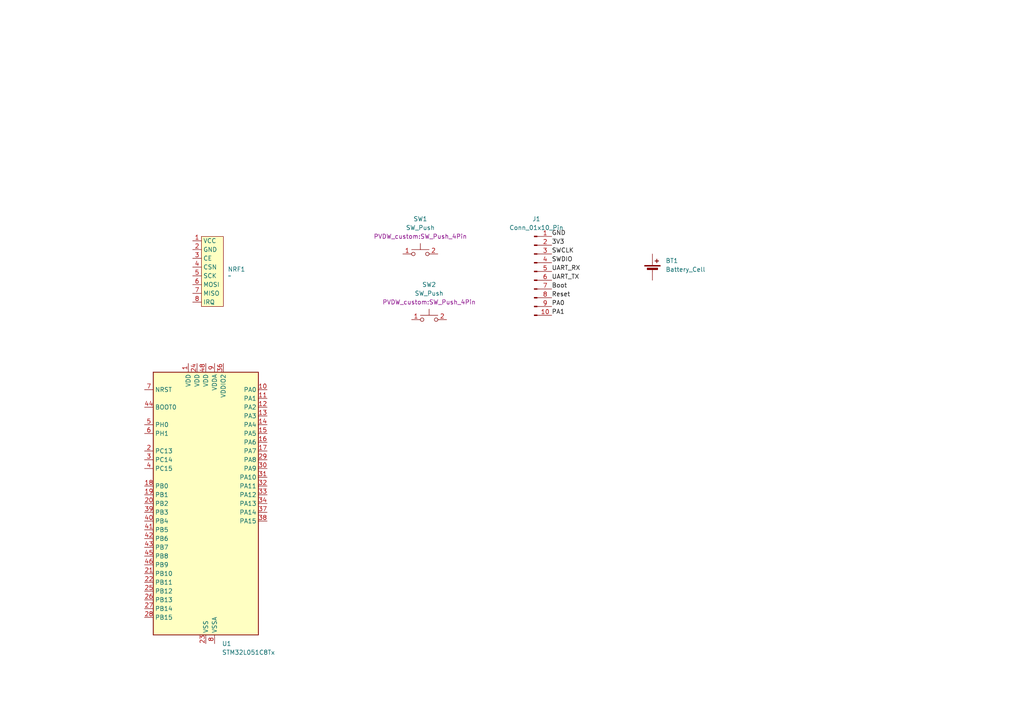
<source format=kicad_sch>
(kicad_sch (version 20250114) (generator "eeschema") (generator_version "9.0")
  (paper "A4")
  (title_block (title "Remote control") (rev "1.0"))
  (lib_symbols
    (symbol "Connector:Conn_01x10_Pin" (pin_names (offset 1.016) (hide yes))
      (property "Reference" "J" (at 0 12.7 0))
      (property "Value" "Conn_01x10_Pin" (at 0 -15.24 0))
      (symbol "Conn_01x10_Pin_1_1"
        (rectangle (start 0.8636 10.287) (end 0 10.033) (stroke (width 0.1524)) (fill (type outline)))
        (rectangle (start 0.8636 7.747) (end 0 7.493) (stroke (width 0.1524)) (fill (type outline)))
        (rectangle (start 0.8636 5.207) (end 0 4.953) (stroke (width 0.1524)) (fill (type outline)))
        (rectangle (start 0.8636 2.667) (end 0 2.413) (stroke (width 0.1524)) (fill (type outline)))
        (rectangle (start 0.8636 0.127) (end 0 -0.127) (stroke (width 0.1524)) (fill (type outline)))
        (rectangle (start 0.8636 -2.413) (end 0 -2.667) (stroke (width 0.1524)) (fill (type outline)))
        (rectangle (start 0.8636 -4.953) (end 0 -5.207) (stroke (width 0.1524)) (fill (type outline)))
        (rectangle (start 0.8636 -7.493) (end 0 -7.747) (stroke (width 0.1524)) (fill (type outline)))
        (rectangle (start 0.8636 -10.033) (end 0 -10.287) (stroke (width 0.1524)) (fill (type outline)))
        (rectangle (start 0.8636 -12.573) (end 0 -12.827) (stroke (width 0.1524)) (fill (type outline)))
        (polyline (pts (xy 1.27 10.16) (xy 0.8636 10.16)) (stroke (width 0.1524)))
        (polyline (pts (xy 1.27 7.62) (xy 0.8636 7.62)) (stroke (width 0.1524)))
        (polyline (pts (xy 1.27 5.08) (xy 0.8636 5.08)) (stroke (width 0.1524)))
        (polyline (pts (xy 1.27 2.54) (xy 0.8636 2.54)) (stroke (width 0.1524)))
        (polyline (pts (xy 1.27 0) (xy 0.8636 0)) (stroke (width 0.1524)))
        (polyline (pts (xy 1.27 -2.54) (xy 0.8636 -2.54)) (stroke (width 0.1524)))
        (polyline (pts (xy 1.27 -5.08) (xy 0.8636 -5.08)) (stroke (width 0.1524)))
        (polyline (pts (xy 1.27 -7.62) (xy 0.8636 -7.62)) (stroke (width 0.1524)))
        (polyline (pts (xy 1.27 -10.16) (xy 0.8636 -10.16)) (stroke (width 0.1524)))
        (polyline (pts (xy 1.27 -12.7) (xy 0.8636 -12.7)) (stroke (width 0.1524)))
        (pin passive line (at 5.08 10.16 180) (length 3.81) (name "Pin_1") (number "1"))
        (pin passive line (at 5.08 7.62 180) (length 3.81) (name "Pin_2") (number "2"))
        (pin passive line (at 5.08 5.08 180) (length 3.81) (name "Pin_3") (number "3"))
        (pin passive line (at 5.08 2.54 180) (length 3.81) (name "Pin_4") (number "4"))
        (pin passive line (at 5.08 0 180) (length 3.81) (name "Pin_5") (number "5"))
        (pin passive line (at 5.08 -2.54 180) (length 3.81) (name "Pin_6") (number "6"))
        (pin passive line (at 5.08 -5.08 180) (length 3.81) (name "Pin_7") (number "7"))
        (pin passive line (at 5.08 -7.62 180) (length 3.81) (name "Pin_8") (number "8"))
        (pin passive line (at 5.08 -10.16 180) (length 3.81) (name "Pin_9") (number "9"))
        (pin passive line (at 5.08 -12.7 180) (length 3.81) (name "Pin_10") (number "10"))
      )
    )
    (symbol "Device:Battery_Cell" (pin_numbers (hide yes)) (pin_names (offset 0) (hide yes))
      (property "Reference" "BT" (at 2.54 2.54 0))
      (property "Value" "Battery_Cell" (at 2.54 0 0))
      (symbol "Battery_Cell_0_1"
        (rectangle (start -2.286 1.778) (end 2.286 1.524) (fill (type outline)))
        (rectangle (start -1.524 1.016) (end 1.524 0.508) (fill (type outline)))
        (polyline (pts (xy 0 1.778) (xy 0 2.54)))
        (polyline (pts (xy 0 0.762) (xy 0 0)))
        (polyline (pts (xy 0.762 3.048) (xy 1.778 3.048)) (stroke (width 0.254)))
        (polyline (pts (xy 1.27 3.556) (xy 1.27 2.54)) (stroke (width 0.254)))
      )
      (symbol "Battery_Cell_1_1"
        (pin passive line (at 0 5.08 270) (length 2.54) (name "+") (number "1"))
        (pin passive line (at 0 -2.54 90) (length 2.54) (name "-") (number "2"))
      )
    )
    (symbol "MCU_ST_STM32L0:STM32L051C8Tx"
      (property "Reference" "U" (at -15.24 39.37 0))
      (property "Value" "STM32L051C8Tx" (at 7.62 39.37 0))
      (symbol "STM32L051C8Tx_0_1"
        (rectangle (start -15.24 -38.1) (end 15.24 38.1) (stroke (width 0.254)) (fill (type background)))
      )
      (symbol "STM32L051C8Tx_1_1"
        (pin input line (at -17.78 33.02 0) (length 2.54) (name "NRST") (number "7"))
        (pin input line (at -17.78 27.94 0) (length 2.54) (name "BOOT0") (number "44"))
        (pin bidirectional line (at -17.78 22.86 0) (length 2.54) (name "PH0") (number "5"))
        (pin bidirectional line (at -17.78 20.32 0) (length 2.54) (name "PH1") (number "6"))
        (pin bidirectional line (at -17.78 15.24 0) (length 2.54) (name "PC13") (number "2"))
        (pin bidirectional line (at -17.78 12.7 0) (length 2.54) (name "PC14") (number "3"))
        (pin bidirectional line (at -17.78 10.16 0) (length 2.54) (name "PC15") (number "4"))
        (pin bidirectional line (at -17.78 5.08 0) (length 2.54) (name "PB0") (number "18"))
        (pin bidirectional line (at -17.78 2.54 0) (length 2.54) (name "PB1") (number "19"))
        (pin bidirectional line (at -17.78 0 0) (length 2.54) (name "PB2") (number "20"))
        (pin bidirectional line (at -17.78 -2.54 0) (length 2.54) (name "PB3") (number "39"))
        (pin bidirectional line (at -17.78 -5.08 0) (length 2.54) (name "PB4") (number "40"))
        (pin bidirectional line (at -17.78 -7.62 0) (length 2.54) (name "PB5") (number "41"))
        (pin bidirectional line (at -17.78 -10.16 0) (length 2.54) (name "PB6") (number "42"))
        (pin bidirectional line (at -17.78 -12.7 0) (length 2.54) (name "PB7") (number "43"))
        (pin bidirectional line (at -17.78 -15.24 0) (length 2.54) (name "PB8") (number "45"))
        (pin bidirectional line (at -17.78 -17.78 0) (length 2.54) (name "PB9") (number "46"))
        (pin bidirectional line (at -17.78 -20.32 0) (length 2.54) (name "PB10") (number "21"))
        (pin bidirectional line (at -17.78 -22.86 0) (length 2.54) (name "PB11") (number "22"))
        (pin bidirectional line (at -17.78 -25.4 0) (length 2.54) (name "PB12") (number "25"))
        (pin bidirectional line (at -17.78 -27.94 0) (length 2.54) (name "PB13") (number "26"))
        (pin bidirectional line (at -17.78 -30.48 0) (length 2.54) (name "PB14") (number "27"))
        (pin bidirectional line (at -17.78 -33.02 0) (length 2.54) (name "PB15") (number "28"))
        (pin power_in line (at -5.08 40.64 270) (length 2.54) (name "VDD") (number "1"))
        (pin power_in line (at -2.54 40.64 270) (length 2.54) (name "VDD") (number "24"))
        (pin power_in line (at 0 40.64 270) (length 2.54) (name "VDD") (number "48"))
        (pin power_in line (at 0 -40.64 90) (length 2.54) (name "VSS") (number "23"))
        (pin passive line (at 0 -40.64 90) (length 2.54) (hide yes) (name "VSS") (number "35"))
        (pin passive line (at 0 -40.64 90) (length 2.54) (hide yes) (name "VSS") (number "47"))
        (pin power_in line (at 2.54 40.64 270) (length 2.54) (name "VDDA") (number "9"))
        (pin power_in line (at 2.54 -40.64 90) (length 2.54) (name "VSSA") (number "8"))
        (pin power_in line (at 5.08 40.64 270) (length 2.54) (name "VDDIO2") (number "36"))
        (pin bidirectional line (at 17.78 33.02 180) (length 2.54) (name "PA0") (number "10"))
        (pin bidirectional line (at 17.78 30.48 180) (length 2.54) (name "PA1") (number "11"))
        (pin bidirectional line (at 17.78 27.94 180) (length 2.54) (name "PA2") (number "12"))
        (pin bidirectional line (at 17.78 25.4 180) (length 2.54) (name "PA3") (number "13"))
        (pin bidirectional line (at 17.78 22.86 180) (length 2.54) (name "PA4") (number "14"))
        (pin bidirectional line (at 17.78 20.32 180) (length 2.54) (name "PA5") (number "15"))
        (pin bidirectional line (at 17.78 17.78 180) (length 2.54) (name "PA6") (number "16"))
        (pin bidirectional line (at 17.78 15.24 180) (length 2.54) (name "PA7") (number "17"))
        (pin bidirectional line (at 17.78 12.7 180) (length 2.54) (name "PA8") (number "29"))
        (pin bidirectional line (at 17.78 10.16 180) (length 2.54) (name "PA9") (number "30"))
        (pin bidirectional line (at 17.78 7.62 180) (length 2.54) (name "PA10") (number "31"))
        (pin bidirectional line (at 17.78 5.08 180) (length 2.54) (name "PA11") (number "32"))
        (pin bidirectional line (at 17.78 2.54 180) (length 2.54) (name "PA12") (number "33"))
        (pin bidirectional line (at 17.78 0 180) (length 2.54) (name "PA13") (number "34"))
        (pin bidirectional line (at 17.78 -2.54 180) (length 2.54) (name "PA14") (number "37"))
        (pin bidirectional line (at 17.78 -5.08 180) (length 2.54) (name "PA15") (number "38"))
      )
    )
    (symbol "PVDW_custom:NRF24L01MINI"
      (property "Reference" "NRF24" (at 2.54 2.54 0))
      (symbol "NRF24L01MINI_1_1"
        (rectangle (start 0 1.27) (end 6.35 -19.05) (fill (type background)))
        (pin power_in line (at -2.54 0 0) (length 2.54) (name "VCC") (number "1"))
        (pin power_in line (at -2.54 -2.54 0) (length 2.54) (name "GND") (number "2"))
        (pin input line (at -2.54 -5.08 0) (length 2.54) (name "CE") (number "3"))
        (pin input line (at -2.54 -7.62 0) (length 2.54) (name "CSN") (number "4"))
        (pin input line (at -2.54 -10.16 0) (length 2.54) (name "SCK") (number "5"))
        (pin input line (at -2.54 -12.7 0) (length 2.54) (name "MOSI") (number "6"))
        (pin output line (at -2.54 -15.24 0) (length 2.54) (name "MISO") (number "7"))
        (pin output line (at -2.54 -17.78 0) (length 2.54) (name "IRQ") (number "8"))
      )
    )
    (symbol "PVDW_custom:SW_Push" (pin_names (offset 1.016) (hide yes))
      (property "Reference" "SW" (at 1.27 2.54 0))
      (property "Value" "SW_Push" (at 0 -1.524 0))
      (property "Footprint" "PVDW_custom:SW_Push_4Pin" (at 0 5.08 0))
      (symbol "SW_Push_0_1"
        (circle (center -2.032 0) (radius 0.508))
        (polyline (pts (xy 0 1.27) (xy 0 3.048)))
        (circle (center 2.032 0) (radius 0.508))
        (polyline (pts (xy 2.54 1.27) (xy -2.54 1.27)))
        (pin passive line (at -5.08 0 0) (length 2.54) (name "1") (number "1"))
        (pin passive line (at 5.08 0 180) (length 2.54) (name "2") (number "2"))
      )
    )
  )
  (label "PA1" (at 160.02 91.44 0))
  (label "PA0" (at 160.02 88.9 0))
  (label "GND" (at 160.02 68.58 0))
  (label "Reset" (at 160.02 86.36 0))
  (label "UART_RX" (at 160.02 78.74 0))
  (label "UART_TX" (at 160.02 81.28 0))
  (label "SWDIO" (at 160.02 76.2 0))
  (label "SWCLK" (at 160.02 73.66 0))
  (label "Boot" (at 160.02 83.82 0))
  (label "3V3" (at 160.02 71.12 0))
  (symbol (lib_id "Connector:Conn_01x10_Pin") (at 154.94 78.74 0) (unit 1)
    (property "Reference" "J1" (at 155.575 63.5 0))
    (property "Value" "Conn_01x10_Pin" (at 155.575 66.04 0))
    (property "Footprint" "Connector_FFC-FPC:Molex_200528-0100_1x10-1MP_P1.00mm_Horizontal" (effects (hide yes)))
    (property "Description" "Generic connector, single row, 01x10, script generated" (effects (hide yes)))
  )
  (symbol (lib_id "PVDW_custom:SW_Push") (at 121.92 73.66 0) (unit 1)
    (property "Reference" "SW1" (at 121.92 63.5 0))
    (property "Value" "SW_Push" (at 121.92 66.04 0))
    (property "Footprint" "PVDW_custom:SW_Push_4Pin" (at 121.92 68.58 0))
    (property "Description" "Push button switch, generic, two pins" (effects (hide yes)))
  )
  (symbol (lib_id "MCU_ST_STM32L0:STM32L051C8Tx") (at 59.69 146.05 0) (unit 1)
    (property "Reference" "U1" (at 64.3733 186.69 0) (effects (justify left)))
    (property "Value" "STM32L051C8Tx" (at 64.3733 189.23 0) (effects (justify left)))
    (property "Footprint" "Package_QFP:LQFP-48_7x7mm_P0.5mm" (effects (hide yes)))
    (property "Datasheet" "https://www.st.com/resource/en/datasheet/stm32l051c8.pdf" (effects (hide yes)))
    (property "Description" "STMicroelectronics Arm Cortex-M0+ MCU, 64KB flash, 8KB RAM, 32 MHz, 1.65-3.6V, 37 GPIO, LQFP48" (effects (hide yes)))
  )
  (symbol (lib_id "Device:Battery_Cell") (at 189.23 78.74 0) (unit 1)
    (property "Reference" "BT1" (at 193.04 75.6284 0) (effects (justify left)))
    (property "Value" "Battery_Cell" (at 193.04 78.1684 0) (effects (justify left)))
    (property "Footprint" "PVDW_custom:CR2032_SMD" (effects (hide yes)))
    (property "Description" "Single-cell battery" (effects (hide yes)))
  )
  (symbol (lib_id "PVDW_custom:NRF24L01MINI") (at 58.42 69.85 0) (unit 1)
    (property "Reference" "NRF1" (at 66.04 78.1049 0) (effects (justify left)))
    (property "Value" "~" (at 66.04 80.01 0) (effects (justify left)))
    (property "Footprint" "PVDW_custom:NRF24L01MINI" (effects (hide yes)))
  )
  (symbol (lib_id "PVDW_custom:SW_Push") (at 124.46 92.71 0) (unit 1)
    (property "Reference" "SW2" (at 124.46 82.55 0))
    (property "Value" "SW_Push" (at 124.46 85.09 0))
    (property "Footprint" "PVDW_custom:SW_Push_4Pin" (at 124.46 87.63 0))
    (property "Description" "Push button switch, generic, two pins" (effects (hide yes)))
  )
)
</source>
